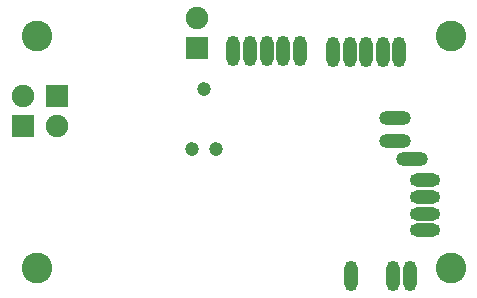
<source format=gbs>
G04 Layer: BottomSolderMaskLayer*
G04 EasyEDA v6.5.40, 2024-02-03 19:01:27*
G04 629f34bd56064ca5b14c1ddf27600c48,2e16165ee3bb4678bfb3015e44e098b9,10*
G04 Gerber Generator version 0.2*
G04 Scale: 100 percent, Rotated: No, Reflected: No *
G04 Dimensions in millimeters *
G04 leading zeros omitted , absolute positions ,4 integer and 5 decimal *
%FSLAX45Y45*%
%MOMM*%

%AMMACRO1*1,1,$1,$2,$3*1,1,$1,$4,$5*1,1,$1,0-$2,0-$3*1,1,$1,0-$4,0-$5*20,1,$1,$2,$3,$4,$5,0*20,1,$1,$4,$5,0-$2,0-$3,0*20,1,$1,0-$2,0-$3,0-$4,0-$5,0*20,1,$1,0-$4,0-$5,$2,$3,0*4,1,4,$2,$3,$4,$5,0-$2,0-$3,0-$4,0-$5,$2,$3,0*%
%ADD10O,2.703195X1.203198*%
%ADD11O,1.1015979999999999X2.601595*%
%ADD12O,2.601595X1.1015979999999999*%
%ADD13C,1.9016*%
%ADD14R,1.9016X1.9016*%
%ADD15MACRO1,0.1016X0.9X0.9X0.9X-0.9*%
%ADD16C,1.1938*%
%ADD17C,2.6016*%

%LPD*%
D10*
G01*
X3499993Y-1434998D03*
G01*
X3359988Y-1280007D03*
G01*
X3354984Y-1085011D03*
D11*
G01*
X2985008Y-2420010D03*
G01*
X3345002Y-2420010D03*
G01*
X3485006Y-2420010D03*
D12*
G01*
X3610000Y-2034997D03*
G01*
X3610000Y-1894992D03*
G01*
X3610000Y-1754987D03*
G01*
X3610000Y-1614982D03*
D11*
G01*
X2550007Y-520014D03*
G01*
X2410002Y-520014D03*
G01*
X2269997Y-520014D03*
G01*
X2129993Y-520014D03*
G01*
X1989988Y-520014D03*
G01*
X3395014Y-524992D03*
G01*
X3255009Y-524992D03*
G01*
X3115005Y-524992D03*
G01*
X2975000Y-524992D03*
G01*
X2834995Y-524992D03*
D13*
G01*
X204978Y-902970D03*
D14*
G01*
X204978Y-1156970D03*
D13*
G01*
X1685036Y-243078D03*
D14*
G01*
X1685036Y-497078D03*
D13*
G01*
X497078Y-1156970D03*
D15*
G01*
X497077Y-902969D03*
D16*
G01*
X1841500Y-1349298D03*
G01*
X1638300Y-1349298D03*
G01*
X1739900Y-841298D03*
D17*
G01*
X324993Y-389991D03*
G01*
X324993Y-2354986D03*
G01*
X3829989Y-394995D03*
G01*
X3829989Y-2353005D03*
M02*

</source>
